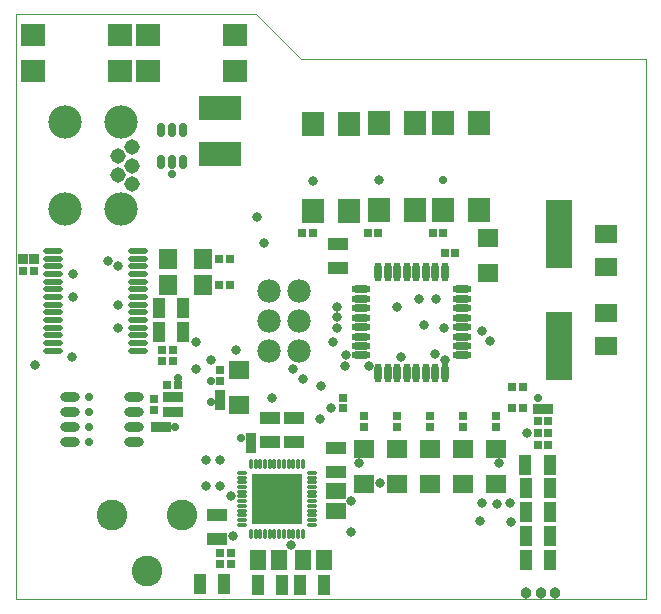
<source format=gts>
G04*
G04 #@! TF.GenerationSoftware,Altium Limited,Altium Designer,19.1.8 (144)*
G04*
G04 Layer_Color=8388736*
%FSLAX25Y25*%
%MOIN*%
G70*
G01*
G75*
%ADD16C,0.00050*%
%ADD17C,0.00000*%
%ADD41R,0.06509X0.04343*%
%ADD42R,0.04343X0.06509*%
%ADD43R,0.07296X0.05918*%
%ADD44R,0.02965X0.02965*%
%ADD45O,0.06299X0.02559*%
%ADD46O,0.02559X0.06299*%
%ADD47R,0.02965X0.02965*%
%ADD48R,0.08280X0.07493*%
%ADD49R,0.09068X0.22847*%
%ADD50R,0.07100X0.06300*%
%ADD51R,0.16745X0.16745*%
%ADD52O,0.01181X0.03740*%
%ADD53O,0.03740X0.01181*%
%ADD54O,0.06496X0.02165*%
%ADD55R,0.07493X0.08280*%
%ADD56R,0.14186X0.08280*%
%ADD57R,0.06300X0.07100*%
%ADD58R,0.03398X0.03241*%
%ADD59R,0.03241X0.03398*%
%ADD60R,0.05406X0.06587*%
%ADD61R,0.06587X0.05406*%
%ADD62O,0.06509X0.03162*%
%ADD63O,0.02769X0.04737*%
%ADD64C,0.05150*%
%ADD65O,0.11099X0.11099*%
%ADD66C,0.11099*%
%ADD67C,0.07800*%
%ADD68C,0.10249*%
%ADD69C,0.03300*%
%ADD70C,0.02900*%
%ADD71C,0.03800*%
D16*
X0Y195000D02*
X80000D01*
X205000Y0D02*
X210000D01*
Y180000D01*
X205000D02*
X210000D01*
X95000D02*
X205000D01*
X0Y0D02*
X205000D01*
X80000Y195000D02*
X95000Y180000D01*
X0Y0D02*
Y195000D01*
D17*
X38941Y128425D02*
Y131575D01*
X31461D02*
X38941D01*
X31461Y128425D02*
Y131575D01*
Y128425D02*
X38941D01*
X20240Y157559D02*
Y160709D01*
X12760D02*
X20240D01*
X12760Y157559D02*
Y160709D01*
Y157559D02*
X20240D01*
X38941D02*
Y160709D01*
X31461D02*
X38941D01*
X31461Y157559D02*
Y160709D01*
Y157559D02*
X38941D01*
X20240Y128425D02*
Y131575D01*
X12760D02*
X20240D01*
X12760Y128425D02*
Y131575D01*
Y128425D02*
X20240D01*
D41*
X107300Y110265D02*
D03*
Y118335D02*
D03*
X106600Y50535D02*
D03*
Y42465D02*
D03*
X67000Y19965D02*
D03*
Y28035D02*
D03*
X92800Y60435D02*
D03*
Y52365D02*
D03*
X84700Y60371D02*
D03*
Y52300D02*
D03*
D42*
X47565Y89200D02*
D03*
X55635D02*
D03*
X47565Y97100D02*
D03*
X55635D02*
D03*
X169865Y44900D02*
D03*
X177935D02*
D03*
X169893Y37000D02*
D03*
X177964D02*
D03*
X169965Y29000D02*
D03*
X178035D02*
D03*
X169965Y21000D02*
D03*
X178035D02*
D03*
X169965Y13000D02*
D03*
X178035D02*
D03*
X102735Y4900D02*
D03*
X94665D02*
D03*
X80765D02*
D03*
X88835D02*
D03*
X61465Y5000D02*
D03*
X69535D02*
D03*
D43*
X196800Y110878D02*
D03*
Y121902D02*
D03*
Y95524D02*
D03*
Y84500D02*
D03*
D44*
X168972Y70800D02*
D03*
X165428D02*
D03*
X168972Y63700D02*
D03*
X165428D02*
D03*
X146472Y115400D02*
D03*
X142928D02*
D03*
X2378Y109500D02*
D03*
X5922D02*
D03*
X142472Y122200D02*
D03*
X138928D02*
D03*
X120872Y122100D02*
D03*
X117328D02*
D03*
X98972D02*
D03*
X95428D02*
D03*
X52272Y79500D02*
D03*
X48728D02*
D03*
X52272Y83000D02*
D03*
X48728D02*
D03*
X177472Y51400D02*
D03*
X173928D02*
D03*
X177472Y55400D02*
D03*
X173928D02*
D03*
X71672Y15300D02*
D03*
X68128D02*
D03*
X68128Y11600D02*
D03*
X71672D02*
D03*
X177472Y59400D02*
D03*
X173928D02*
D03*
X67828Y113400D02*
D03*
X71372D02*
D03*
X67828Y104900D02*
D03*
X71372D02*
D03*
X50528Y71400D02*
D03*
X54072D02*
D03*
D45*
X115168Y81276D02*
D03*
Y84426D02*
D03*
Y87576D02*
D03*
Y90725D02*
D03*
Y93875D02*
D03*
Y97024D02*
D03*
Y100174D02*
D03*
Y103324D02*
D03*
X148632D02*
D03*
Y100174D02*
D03*
Y97024D02*
D03*
Y93875D02*
D03*
Y90725D02*
D03*
Y87576D02*
D03*
Y84426D02*
D03*
Y81276D02*
D03*
D46*
X120876Y109032D02*
D03*
X124026D02*
D03*
X127176D02*
D03*
X130325D02*
D03*
X133475D02*
D03*
X136624D02*
D03*
X139774D02*
D03*
X142924D02*
D03*
Y75568D02*
D03*
X139774D02*
D03*
X136624D02*
D03*
X133475D02*
D03*
X130325D02*
D03*
X127176D02*
D03*
X124026D02*
D03*
X120876D02*
D03*
D47*
X108900Y67172D02*
D03*
Y63628D02*
D03*
X159900Y57428D02*
D03*
Y60972D02*
D03*
X68000Y72857D02*
D03*
Y76400D02*
D03*
X45900Y63128D02*
D03*
Y66672D02*
D03*
X126900Y60972D02*
D03*
Y57428D02*
D03*
X115900Y60972D02*
D03*
Y57428D02*
D03*
X137900Y60972D02*
D03*
Y57428D02*
D03*
X148900Y60972D02*
D03*
Y57428D02*
D03*
D48*
X34874Y176123D02*
D03*
Y188123D02*
D03*
X5874Y176123D02*
D03*
Y188123D02*
D03*
X44026Y188177D02*
D03*
Y176177D02*
D03*
X73026Y188177D02*
D03*
Y176177D02*
D03*
D49*
X181000Y121902D02*
D03*
Y84500D02*
D03*
D50*
X157300Y108600D02*
D03*
Y120400D02*
D03*
X159900Y38300D02*
D03*
Y50100D02*
D03*
X148900Y38300D02*
D03*
Y50100D02*
D03*
X137900Y38300D02*
D03*
Y50100D02*
D03*
X126900Y38300D02*
D03*
Y50100D02*
D03*
X115900Y38300D02*
D03*
Y50100D02*
D03*
X74500Y76400D02*
D03*
Y64600D02*
D03*
D51*
X87000Y33500D02*
D03*
D52*
X78339Y45213D02*
D03*
X79913D02*
D03*
X81488D02*
D03*
X83063D02*
D03*
X84638D02*
D03*
X86213D02*
D03*
X87787D02*
D03*
X89362D02*
D03*
X90937D02*
D03*
X92512D02*
D03*
X94087D02*
D03*
X95661D02*
D03*
Y21787D02*
D03*
X94087D02*
D03*
X92512D02*
D03*
X90937D02*
D03*
X89362D02*
D03*
X87787D02*
D03*
X86213D02*
D03*
X84638D02*
D03*
X83063D02*
D03*
X81488D02*
D03*
X79913D02*
D03*
X78339D02*
D03*
D53*
X98713Y42161D02*
D03*
Y40587D02*
D03*
Y39012D02*
D03*
Y37437D02*
D03*
Y35862D02*
D03*
Y34287D02*
D03*
Y32713D02*
D03*
Y31138D02*
D03*
Y29563D02*
D03*
Y27988D02*
D03*
Y26413D02*
D03*
Y24839D02*
D03*
X75287D02*
D03*
Y26413D02*
D03*
Y27988D02*
D03*
Y29563D02*
D03*
Y31138D02*
D03*
Y32713D02*
D03*
Y34287D02*
D03*
Y35862D02*
D03*
Y37437D02*
D03*
Y39012D02*
D03*
Y40587D02*
D03*
Y42161D02*
D03*
D54*
X12525Y116134D02*
D03*
Y113575D02*
D03*
Y111016D02*
D03*
Y108457D02*
D03*
Y105898D02*
D03*
Y103339D02*
D03*
Y100779D02*
D03*
Y98220D02*
D03*
Y95661D02*
D03*
Y93102D02*
D03*
Y90543D02*
D03*
Y87984D02*
D03*
Y85425D02*
D03*
Y82866D02*
D03*
X40675Y116134D02*
D03*
Y113575D02*
D03*
Y111016D02*
D03*
Y108457D02*
D03*
Y105898D02*
D03*
Y103339D02*
D03*
Y100779D02*
D03*
Y98220D02*
D03*
Y95661D02*
D03*
Y93102D02*
D03*
Y90543D02*
D03*
Y87984D02*
D03*
Y85425D02*
D03*
Y82866D02*
D03*
D55*
X142323Y129826D02*
D03*
X154323D02*
D03*
X142323Y158826D02*
D03*
X154323D02*
D03*
X120923Y129626D02*
D03*
X132923D02*
D03*
X120923Y158626D02*
D03*
X132923D02*
D03*
X98923Y129526D02*
D03*
X110923D02*
D03*
X98923Y158526D02*
D03*
X110923D02*
D03*
D56*
X68000Y163677D02*
D03*
Y148323D02*
D03*
D57*
X50600Y104900D02*
D03*
X62400D02*
D03*
X50600Y113400D02*
D03*
X62400D02*
D03*
D58*
X2468Y113575D02*
D03*
X5932D02*
D03*
X177432Y63400D02*
D03*
X173968D02*
D03*
X54032Y67400D02*
D03*
X50568D02*
D03*
X54032Y62400D02*
D03*
X50568D02*
D03*
X50032Y57400D02*
D03*
X46568D02*
D03*
D59*
X68000Y64600D02*
D03*
Y68065D02*
D03*
X78300Y53732D02*
D03*
Y50268D02*
D03*
D60*
X80875Y13000D02*
D03*
X87725D02*
D03*
X102625D02*
D03*
X95775D02*
D03*
D61*
X106600Y29275D02*
D03*
Y36125D02*
D03*
D62*
X39528Y52400D02*
D03*
Y57400D02*
D03*
Y62400D02*
D03*
Y67400D02*
D03*
X18072Y52400D02*
D03*
Y57400D02*
D03*
Y62400D02*
D03*
Y67400D02*
D03*
D63*
X55740Y156315D02*
D03*
X52000D02*
D03*
X48260D02*
D03*
X55740Y145685D02*
D03*
X52000D02*
D03*
X48260D02*
D03*
D64*
X38744Y150866D02*
D03*
Y144567D02*
D03*
Y138268D02*
D03*
X34020Y147716D02*
D03*
Y141417D02*
D03*
D65*
X16500Y159134D02*
D03*
X35201D02*
D03*
Y130000D02*
D03*
D66*
X16500D02*
D03*
D67*
X94400Y82600D02*
D03*
X84400D02*
D03*
X94400Y92600D02*
D03*
X84400D02*
D03*
X94400Y102600D02*
D03*
X84400D02*
D03*
D68*
X55500Y28000D02*
D03*
X32000D02*
D03*
X43780Y9496D02*
D03*
D69*
X128400Y80600D02*
D03*
X142900Y79900D02*
D03*
X139800Y81600D02*
D03*
X158000Y86100D02*
D03*
X105600Y85700D02*
D03*
X109900Y81400D02*
D03*
X155500Y89300D02*
D03*
X142800Y90400D02*
D03*
X135900Y91300D02*
D03*
X109800Y77800D02*
D03*
X117700D02*
D03*
X127000Y97500D02*
D03*
X134500Y100000D02*
D03*
X140000D02*
D03*
X107000Y94000D02*
D03*
Y97500D02*
D03*
Y90500D02*
D03*
X92905Y27595D02*
D03*
X88968D02*
D03*
X85031D02*
D03*
X81094D02*
D03*
Y31532D02*
D03*
X92905D02*
D03*
Y35469D02*
D03*
Y39406D02*
D03*
X88968D02*
D03*
X85031D02*
D03*
X81094D02*
D03*
Y35469D02*
D03*
X88968Y31532D02*
D03*
X85031D02*
D03*
X88968Y35469D02*
D03*
X85031D02*
D03*
X121400Y38900D02*
D03*
X114400Y45400D02*
D03*
X59900Y85900D02*
D03*
Y76800D02*
D03*
X18800Y80800D02*
D03*
X6500Y78000D02*
D03*
X155300Y32200D02*
D03*
X160500Y31727D02*
D03*
X164900Y25800D02*
D03*
X154772Y26072D02*
D03*
X164700Y32000D02*
D03*
X170300Y55400D02*
D03*
X161000Y45400D02*
D03*
X101700Y71000D02*
D03*
X92300Y76800D02*
D03*
X95800Y73503D02*
D03*
X85300Y67200D02*
D03*
X63400Y46500D02*
D03*
Y37700D02*
D03*
X68100Y46500D02*
D03*
Y37800D02*
D03*
X71700Y34400D02*
D03*
X111600Y22500D02*
D03*
X65200Y79800D02*
D03*
X82800Y118900D02*
D03*
X80300Y127300D02*
D03*
X120923Y139677D02*
D03*
X98923Y139577D02*
D03*
X73500Y83000D02*
D03*
X104900Y63600D02*
D03*
X101400Y60100D02*
D03*
X91750Y18050D02*
D03*
X72500Y21100D02*
D03*
X19200Y108400D02*
D03*
X30750Y112750D02*
D03*
X111600Y32700D02*
D03*
X34100Y90543D02*
D03*
X34000Y98220D02*
D03*
X34100Y111016D02*
D03*
X19200Y100779D02*
D03*
D70*
X181000Y84500D02*
D03*
Y121902D02*
D03*
X157300Y108600D02*
D03*
X55635Y89200D02*
D03*
Y97100D02*
D03*
X142300Y139700D02*
D03*
X142323Y129826D02*
D03*
X159900Y38300D02*
D03*
X169865Y44900D02*
D03*
X177935D02*
D03*
X54100Y73900D02*
D03*
X177964Y37000D02*
D03*
X169893D02*
D03*
X174000Y67000D02*
D03*
X106600Y50535D02*
D03*
X75200Y53700D02*
D03*
X53200Y57400D02*
D03*
X64900Y65700D02*
D03*
X65000Y72900D02*
D03*
X110923Y158526D02*
D03*
X73026Y188177D02*
D03*
X44026D02*
D03*
X34826D02*
D03*
X5826D02*
D03*
X132923Y158626D02*
D03*
X154323Y158826D02*
D03*
Y129826D02*
D03*
X132923Y129626D02*
D03*
X110923Y129526D02*
D03*
X120923Y129626D02*
D03*
X98923Y129526D02*
D03*
X106600Y42465D02*
D03*
X88835Y4900D02*
D03*
X94665D02*
D03*
X178000Y13000D02*
D03*
Y21000D02*
D03*
Y29000D02*
D03*
X69535Y5000D02*
D03*
X92800Y60435D02*
D03*
X84700Y60371D02*
D03*
X126900Y38300D02*
D03*
X137900D02*
D03*
X148900D02*
D03*
X115900D02*
D03*
X102735Y4900D02*
D03*
X80765D02*
D03*
X67000Y19965D02*
D03*
X24500Y52400D02*
D03*
Y57400D02*
D03*
Y62400D02*
D03*
Y67300D02*
D03*
X52000Y141600D02*
D03*
D71*
X179800Y2200D02*
D03*
X175000D02*
D03*
X169965D02*
D03*
M02*

</source>
